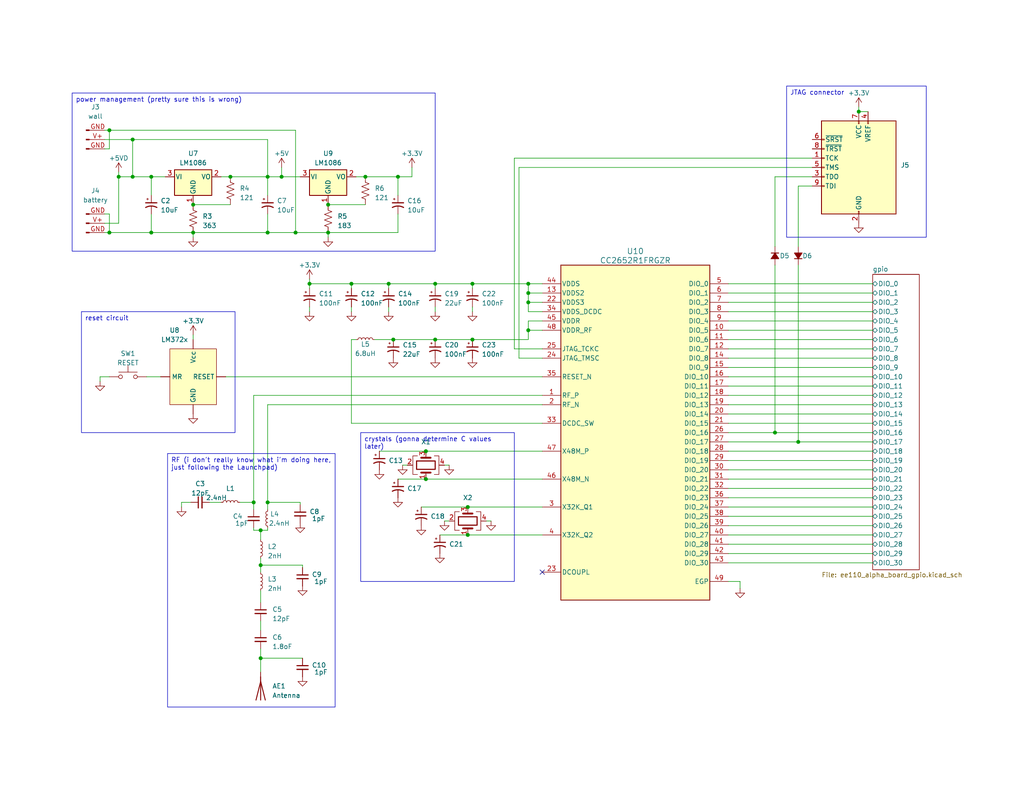
<source format=kicad_sch>
(kicad_sch (version 20230121) (generator eeschema)
  (paper "A")
  (title_block (title "EE 110 Alpha Board") (date "2024-02-05") (rev "0.1") (company "Adam Krivka"))
  (lib_symbols
    (symbol "CC26X2R:CC2652R1FRGZR" (pin_names (offset 0.254))
      (property "Reference" "U7" (at 0 49.53 0))
      (property "Value" "CC2652R1FRGZR" (at 0 46.99 0))
      (symbol "CC2652R1FRGZR_0_1"
        (rectangle (start -20.32 45.72) (end 20.32 -45.72) (stroke (width 0.254)) (fill (type background)))
        (pin bidirectional line (at -25.4 10.16 0) (length 5.08) (name "RF_P") (number "1"))
        (pin bidirectional line (at 25.4 27.94 180) (length 5.08) (name "DIO_5") (number "10"))
        (pin bidirectional line (at 25.4 25.4 180) (length 5.08) (name "DIO_6") (number "11"))
        (pin bidirectional line (at 25.4 22.86 180) (length 5.08) (name "DIO_7") (number "12"))
        (pin power_in line (at -25.4 38.1 0) (length 5.08) (name "VDDS2") (number "13"))
        (pin bidirectional line (at 25.4 20.32 180) (length 5.08) (name "DIO_8") (number "14"))
        (pin bidirectional line (at 25.4 17.78 180) (length 5.08) (name "DIO_9") (number "15"))
        (pin bidirectional line (at 25.4 15.24 180) (length 5.08) (name "DIO_10") (number "16"))
        (pin bidirectional line (at 25.4 12.7 180) (length 5.08) (name "DIO_11") (number "17"))
        (pin bidirectional line (at 25.4 10.16 180) (length 5.08) (name "DIO_12") (number "18"))
        (pin bidirectional line (at 25.4 7.62 180) (length 5.08) (name "DIO_13") (number "19"))
        (pin bidirectional line (at -25.4 7.62 0) (length 5.08) (name "RF_N") (number "2"))
        (pin bidirectional line (at 25.4 5.08 180) (length 5.08) (name "DIO_14") (number "20"))
        (pin bidirectional line (at 25.4 2.54 180) (length 5.08) (name "DIO_15") (number "21"))
        (pin power_in line (at -25.4 35.56 0) (length 5.08) (name "VDDS3") (number "22"))
        (pin unspecified line (at -25.4 -38.1 0) (length 5.08) (name "DCOUPL") (number "23"))
        (pin bidirectional line (at -25.4 20.32 0) (length 5.08) (name "JTAG_TMSC") (number "24"))
        (pin bidirectional line (at -25.4 22.86 0) (length 5.08) (name "JTAG_TCKC") (number "25"))
        (pin bidirectional line (at 25.4 0 180) (length 5.08) (name "DIO_16") (number "26"))
        (pin bidirectional line (at 25.4 -2.54 180) (length 5.08) (name "DIO_17") (number "27"))
        (pin bidirectional line (at 25.4 -5.08 180) (length 5.08) (name "DIO_18") (number "28"))
        (pin bidirectional line (at 25.4 -7.62 180) (length 5.08) (name "DIO_19") (number "29"))
        (pin bidirectional line (at -25.4 -20.32 0) (length 5.08) (name "X32K_Q1") (number "3"))
        (pin bidirectional line (at 25.4 -10.16 180) (length 5.08) (name "DIO_20") (number "30"))
        (pin bidirectional line (at 25.4 -12.7 180) (length 5.08) (name "DIO_21") (number "31"))
        (pin bidirectional line (at 25.4 -15.24 180) (length 5.08) (name "DIO_22") (number "32"))
        (pin power_in line (at -25.4 2.54 0) (length 5.08) (name "DCDC_SW") (number "33"))
        (pin power_in line (at -25.4 33.02 0) (length 5.08) (name "VDDS_DCDC") (number "34"))
        (pin input line (at -25.4 15.24 0) (length 5.08) (name "RESET_N") (number "35"))
        (pin bidirectional line (at 25.4 -17.78 180) (length 5.08) (name "DIO_23") (number "36"))
        (pin bidirectional line (at 25.4 -20.32 180) (length 5.08) (name "DIO_24") (number "37"))
        (pin bidirectional line (at 25.4 -22.86 180) (length 5.08) (name "DIO_25") (number "38"))
        (pin bidirectional line (at 25.4 -25.4 180) (length 5.08) (name "DIO_26") (number "39"))
        (pin bidirectional line (at -25.4 -27.94 0) (length 5.08) (name "X32K_Q2") (number "4"))
        (pin bidirectional line (at 25.4 -27.94 180) (length 5.08) (name "DIO_27") (number "40"))
        (pin bidirectional line (at 25.4 -30.48 180) (length 5.08) (name "DIO_28") (number "41"))
        (pin bidirectional line (at 25.4 -33.02 180) (length 5.08) (name "DIO_29") (number "42"))
        (pin bidirectional line (at 25.4 -35.56 180) (length 5.08) (name "DIO_30") (number "43"))
        (pin power_in line (at -25.4 40.64 0) (length 5.08) (name "VDDS") (number "44"))
        (pin power_in line (at -25.4 30.48 0) (length 5.08) (name "VDDR") (number "45"))
        (pin bidirectional line (at -25.4 -12.7 0) (length 5.08) (name "X48M_N") (number "46"))
        (pin bidirectional line (at -25.4 -5.08 0) (length 5.08) (name "X48M_P") (number "47"))
        (pin power_in line (at -25.4 27.94 0) (length 5.08) (name "VDDR_RF") (number "48"))
        (pin power_in line (at 25.4 -40.64 180) (length 5.08) (name "EGP") (number "49"))
        (pin bidirectional line (at 25.4 40.64 180) (length 5.08) (name "DIO_0") (number "5"))
        (pin bidirectional line (at 25.4 38.1 180) (length 5.08) (name "DIO_1") (number "6"))
        (pin bidirectional line (at 25.4 35.56 180) (length 5.08) (name "DIO_2") (number "7"))
        (pin bidirectional line (at 25.4 33.02 180) (length 5.08) (name "DIO_3") (number "8"))
        (pin bidirectional line (at 25.4 30.48 180) (length 5.08) (name "DIO_4") (number "9"))
      )
    )
    (symbol "Conn_01x03_Pin_1" (pin_names (offset 1.016) hide)
      (property "Reference" "J3" (at 2.54 8.89 0))
      (property "Value" "wall" (at 2.54 6.35 0))
      (symbol "Conn_01x03_Pin_1_1_1"
        (polyline (pts (xy 1.27 -2.54) (xy 0.8636 -2.54)) (stroke (width 0.1524)))
        (polyline (pts (xy 1.27 0) (xy 0.8636 0)) (stroke (width 0.1524)))
        (polyline (pts (xy 1.27 2.54) (xy 0.8636 2.54)) (stroke (width 0.1524)))
        (rectangle (start 0.8636 -2.413) (end 0 -2.667) (stroke (width 0.1524)) (fill (type outline)))
        (rectangle (start 0.8636 0.127) (end 0 -0.127) (stroke (width 0.1524)) (fill (type outline)))
        (rectangle (start 0.8636 2.667) (end 0 2.413) (stroke (width 0.1524)) (fill (type outline)))
        (pin passive line (at 5.08 2.54 180) (length 3.81) (name "Pin_1") (number "GND"))
        (pin passive line (at 5.08 -2.54 180) (length 3.81) (name "Pin_3") (number "GND"))
        (pin passive line (at 5.08 0 180) (length 3.81) (name "Pin_2") (number "V+"))
      )
    )
    (symbol "Connector:AVR-JTAG-10" (pin_names (offset 1.016))
      (property "Reference" "J" (at -8.89 13.97 0))
      (property "Value" "AVR-JTAG-10" (at 1.27 13.97 0))
      (symbol "AVR-JTAG-10_0_1"
        (rectangle (start -2.667 12.7) (end -2.413 11.938))
        (rectangle (start -0.127 -11.938) (end 0.127 -12.7))
        (rectangle (start -0.127 12.7) (end 0.127 11.938))
        (rectangle (start 10.16 -4.953) (end 9.398 -5.207))
        (rectangle (start 10.16 -2.413) (end 9.398 -2.667))
        (rectangle (start 10.16 0.127) (end 9.398 -0.127))
        (rectangle (start 10.16 2.667) (end 9.398 2.413))
        (rectangle (start 10.16 5.207) (end 9.398 4.953))
        (rectangle (start 10.16 7.747) (end 9.398 7.493))
        (rectangle (start 10.16 12.7) (end -10.16 -12.7) (stroke (width 0.254)) (fill (type background)))
      )
      (symbol "AVR-JTAG-10_1_1"
        (pin passive line (at 12.7 2.54 180) (length 2.54) (name "TCK") (number "1"))
        (pin passive line (at 0 -15.24 90) (length 2.54) hide (name "GND") (number "10"))
        (pin passive line (at 0 -15.24 90) (length 2.54) (name "GND") (number "2"))
        (pin passive line (at 12.7 -2.54 180) (length 2.54) (name "TDO") (number "3"))
        (pin passive line (at -2.54 15.24 270) (length 2.54) (name "VREF") (number "4"))
        (pin passive line (at 12.7 0 180) (length 2.54) (name "TMS") (number "5"))
        (pin passive line (at 12.7 7.62 180) (length 2.54) (name "~{SRST}") (number "6"))
        (pin passive line (at 0 15.24 270) (length 2.54) (name "VCC") (number "7"))
        (pin passive line (at 12.7 5.08 180) (length 2.54) (name "~{TRST}") (number "8"))
        (pin passive line (at 12.7 -5.08 180) (length 2.54) (name "TDI") (number "9"))
      )
    )
    (symbol "Connector:Conn_01x03_Pin" (pin_names (offset 1.016) hide)
      (property "Reference" "J4" (at 2.54 8.89 0))
      (property "Value" "battery" (at 2.54 6.35 0))
      (symbol "Conn_01x03_Pin_1_1"
        (polyline (pts (xy 1.27 -2.54) (xy 0.8636 -2.54)) (stroke (width 0.1524)))
        (polyline (pts (xy 1.27 0) (xy 0.8636 0)) (stroke (width 0.1524)))
        (polyline (pts (xy 1.27 2.54) (xy 0.8636 2.54)) (stroke (width 0.1524)))
        (rectangle (start 0.8636 -2.413) (end 0 -2.667) (stroke (width 0.1524)) (fill (type outline)))
        (rectangle (start 0.8636 0.127) (end 0 -0.127) (stroke (width 0.1524)) (fill (type outline)))
        (rectangle (start 0.8636 2.667) (end 0 2.413) (stroke (width 0.1524)) (fill (type outline)))
        (pin passive line (at 5.08 2.54 180) (length 3.81) (name "Pin_1") (number "GND"))
        (pin passive line (at 5.08 -2.54 180) (length 3.81) (name "Pin_3") (number "GND"))
        (pin passive line (at 5.08 0 180) (length 3.81) (name "Pin_2") (number "V+"))
      )
    )
    (symbol "Device:Antenna" (pin_numbers hide) (pin_names (offset 1.016) hide)
      (property "Reference" "AE" (at -1.905 1.905 0))
      (property "Value" "Antenna" (at -1.905 0 0))
      (symbol "Antenna_0_1"
        (polyline (pts (xy 0 2.54) (xy 0 -3.81)) (stroke (width 0.254)))
        (polyline (pts (xy 1.27 2.54) (xy 0 -2.54) (xy -1.27 2.54)) (stroke (width 0.254)))
      )
      (symbol "Antenna_1_1"
        (pin input line (at 0 -5.08 90) (length 2.54) (name "A") (number "1"))
      )
    )
    (symbol "Device:C_Polarized_Small_US" (pin_numbers hide) (pin_names (offset 0.254) hide)
      (property "Reference" "C" (at 0.254 1.778 0))
      (property "Value" "C_Polarized_Small_US" (at 0.254 -2.032 0))
      (symbol "C_Polarized_Small_US_0_1"
        (polyline (pts (xy -1.524 0.508) (xy 1.524 0.508)) (stroke (width 0.3048)))
        (polyline (pts (xy -1.27 1.524) (xy -0.762 1.524)))
        (polyline (pts (xy -1.016 1.27) (xy -1.016 1.778)))
        (arc (start 1.524 -0.762) (mid 0 -0.3734) (end -1.524 -0.762) (stroke (width 0.3048)))
      )
      (symbol "C_Polarized_Small_US_1_1"
        (pin passive line (at 0 2.54 270) (length 2.032) (name "~") (number "1"))
        (pin passive line (at 0 -2.54 90) (length 2.032) (name "~") (number "2"))
      )
    )
    (symbol "Device:C_Small" (pin_numbers hide) (pin_names (offset 0.254) hide)
      (property "Reference" "C" (at 0.254 1.778 0))
      (property "Value" "C_Small" (at 0.254 -2.032 0))
      (symbol "C_Small_0_1"
        (polyline (pts (xy -1.524 -0.508) (xy 1.524 -0.508)) (stroke (width 0.3302)))
        (polyline (pts (xy -1.524 0.508) (xy 1.524 0.508)) (stroke (width 0.3048)))
      )
      (symbol "C_Small_1_1"
        (pin passive line (at 0 2.54 270) (length 2.032) (name "~") (number "1"))
        (pin passive line (at 0 -2.54 90) (length 2.032) (name "~") (number "2"))
      )
    )
    (symbol "Device:Crystal_GND24" (pin_names (offset 1.016) hide)
      (property "Reference" "Y" (at 3.175 5.08 0))
      (property "Value" "Crystal_GND24" (at 3.175 3.175 0))
      (symbol "Crystal_GND24_0_1"
        (rectangle (start -1.143 2.54) (end 1.143 -2.54) (stroke (width 0.3048)))
        (polyline (pts (xy -2.54 0) (xy -2.032 0)))
        (polyline (pts (xy -2.032 -1.27) (xy -2.032 1.27)) (stroke (width 0.508)))
        (polyline (pts (xy 0 -3.81) (xy 0 -3.556)))
        (polyline (pts (xy 0 3.556) (xy 0 3.81)))
        (polyline (pts (xy 2.032 -1.27) (xy 2.032 1.27)) (stroke (width 0.508)))
        (polyline (pts (xy 2.032 0) (xy 2.54 0)))
        (polyline (pts (xy -2.54 -2.286) (xy -2.54 -3.556) (xy 2.54 -3.556) (xy 2.54 -2.286)))
        (polyline (pts (xy -2.54 2.286) (xy -2.54 3.556) (xy 2.54 3.556) (xy 2.54 2.286)))
      )
      (symbol "Crystal_GND24_1_1"
        (pin passive line (at -3.81 0 0) (length 1.27) (name "1") (number "1"))
        (pin passive line (at 0 5.08 270) (length 1.27) (name "2") (number "2"))
        (pin passive line (at 3.81 0 180) (length 1.27) (name "3") (number "3"))
        (pin passive line (at 0 -5.08 90) (length 1.27) (name "4") (number "4"))
      )
    )
    (symbol "Device:D_Small_Filled" (pin_numbers hide) (pin_names (offset 0.254) hide)
      (property "Reference" "D" (at -1.27 2.032 0))
      (property "Value" "D_Small_Filled" (at -3.81 -2.032 0))
      (symbol "D_Small_Filled_0_1"
        (polyline (pts (xy -0.762 -1.016) (xy -0.762 1.016)) (stroke (width 0.254)))
        (polyline (pts (xy -0.762 0) (xy 0.762 0)))
        (polyline (pts (xy 0.762 -1.016) (xy -0.762 0) (xy 0.762 1.016) (xy 0.762 -1.016)) (stroke (width 0.254)) (fill (type outline)))
      )
      (symbol "D_Small_Filled_1_1"
        (pin passive line (at -2.54 0 0) (length 1.778) (name "K") (number "1"))
        (pin passive line (at 2.54 0 180) (length 1.778) (name "A") (number "2"))
      )
    )
    (symbol "Device:L_Small" (pin_numbers hide) (pin_names (offset 0.254) hide)
      (property "Reference" "L" (at 0.762 1.016 0))
      (property "Value" "L_Small" (at 0.762 -1.016 0))
      (symbol "L_Small_0_1"
        (arc (start 0 -2.032) (mid 0.5058 -1.524) (end 0 -1.016))
        (arc (start 0 -1.016) (mid 0.5058 -0.508) (end 0 0))
        (arc (start 0 0) (mid 0.5058 0.508) (end 0 1.016))
        (arc (start 0 1.016) (mid 0.5058 1.524) (end 0 2.032))
      )
      (symbol "L_Small_1_1"
        (pin passive line (at 0 2.54 270) (length 0.508) (name "~") (number "1"))
        (pin passive line (at 0 -2.54 90) (length 0.508) (name "~") (number "2"))
      )
    )
    (symbol "Device:R_US" (pin_numbers hide) (pin_names (offset 0))
      (property "Reference" "R" (at 2.54 0 90))
      (property "Value" "R_US" (at -2.54 0 90))
      (symbol "R_US_0_1"
        (polyline (pts (xy 0 -2.286) (xy 0 -2.54)))
        (polyline (pts (xy 0 2.286) (xy 0 2.54)))
        (polyline (pts (xy 0 -0.762) (xy 1.016 -1.143) (xy 0 -1.524) (xy -1.016 -1.905) (xy 0 -2.286)))
        (polyline (pts (xy 0 0.762) (xy 1.016 0.381) (xy 0 0) (xy -1.016 -0.381) (xy 0 -0.762)))
        (polyline (pts (xy 0 2.286) (xy 1.016 1.905) (xy 0 1.524) (xy -1.016 1.143) (xy 0 0.762)))
      )
      (symbol "R_US_1_1"
        (pin passive line (at 0 3.81 270) (length 1.27) (name "~") (number "1"))
        (pin passive line (at 0 -3.81 90) (length 1.27) (name "~") (number "2"))
      )
    )
    (symbol "My_Library:LM372x"
      (property "Reference" "U" (at 0 15.24 0))
      (property "Value" "LM372x" (at 0 12.7 0))
      (symbol "LM372x_0_1"
        (rectangle (start -6.35 7.62) (end 6.35 -7.62) (fill (type background)))
      )
      (symbol "LM372x_1_1"
        (pin input line (at 0 -10.16 90) (length 2.54) (name "GND") (number ""))
        (pin input line (at -8.89 0 0) (length 2.54) (name "MR") (number ""))
        (pin input line (at 8.89 0 180) (length 2.54) (name "RESET") (number ""))
        (pin input line (at 0 10.16 270) (length 2.54) (name "Vcc") (number ""))
      )
    )
    (symbol "Regulator_Linear:LM1085-5.0" (pin_names (offset 0.254))
      (property "Reference" "U" (at -3.81 3.175 0))
      (property "Value" "LM1085-5.0" (at 0 3.175 0))
      (symbol "LM1085-5.0_0_1"
        (rectangle (start -5.08 1.905) (end 5.08 -5.08) (stroke (width 0.254)) (fill (type background)))
      )
      (symbol "LM1085-5.0_1_1"
        (pin power_in line (at 0 -7.62 90) (length 2.54) (name "GND") (number "1"))
        (pin power_out line (at 7.62 0 180) (length 2.54) (name "VO") (number "2"))
        (pin power_in line (at -7.62 0 0) (length 2.54) (name "VI") (number "3"))
      )
    )
    (symbol "Switch:SW_Push" (pin_numbers hide) (pin_names (offset 1.016) hide)
      (property "Reference" "SW" (at 1.27 2.54 0))
      (property "Value" "SW_Push" (at 0 -1.524 0))
      (symbol "SW_Push_0_1"
        (circle (center -2.032 0) (radius 0.508))
        (polyline (pts (xy 0 1.27) (xy 0 3.048)))
        (polyline (pts (xy 2.54 1.27) (xy -2.54 1.27)))
        (circle (center 2.032 0) (radius 0.508))
        (pin passive line (at -5.08 0 0) (length 2.54) (name "1") (number "1"))
        (pin passive line (at 5.08 0 180) (length 2.54) (name "2") (number "2"))
      )
    )
    (symbol "power:+3.3V" (power) (pin_names (offset 0))
      (property "Value" "+3.3V" (at 0 3.556 0))
      (symbol "+3.3V_0_1"
        (polyline (pts (xy -0.762 1.27) (xy 0 2.54)))
        (polyline (pts (xy 0 0) (xy 0 2.54)))
        (polyline (pts (xy 0 2.54) (xy 0.762 1.27)))
      )
      (symbol "+3.3V_1_1"
        (pin power_in line (at 0 0 90) (length 0) hide (name "+3.3V") (number "1"))
      )
    )
    (symbol "power:+5V" (power) (pin_names (offset 0))
      (property "Value" "+5V" (at 0 3.556 0))
      (symbol "+5V_0_1"
        (polyline (pts (xy -0.762 1.27) (xy 0 2.54)))
        (polyline (pts (xy 0 0) (xy 0 2.54)))
        (polyline (pts (xy 0 2.54) (xy 0.762 1.27)))
      )
      (symbol "+5V_1_1"
        (pin power_in line (at 0 0 90) (length 0) hide (name "+5V") (number "1"))
      )
    )
    (symbol "power:+5VD" (power) (pin_names (offset 0))
      (property "Value" "+5VD" (at 0 3.556 0))
      (symbol "+5VD_0_1"
        (polyline (pts (xy -0.762 1.27) (xy 0 2.54)))
        (polyline (pts (xy 0 0) (xy 0 2.54)))
        (polyline (pts (xy 0 2.54) (xy 0.762 1.27)))
      )
      (symbol "+5VD_1_1"
        (pin power_in line (at 0 0 90) (length 0) hide (name "+5VD") (number "1"))
      )
    )
    (symbol "power:GND" (power) (pin_names (offset 0))
      (property "Value" "GND" (at 0 -3.81 0))
      (symbol "GND_0_1"
        (polyline (pts (xy 0 0) (xy 0 -1.27) (xy 1.27 -1.27) (xy 0 -2.54) (xy -1.27 -1.27) (xy 0 -1.27)))
      )
      (symbol "GND_1_1"
        (pin power_in line (at 0 0 270) (length 0) hide (name "GND") (number "1"))
      )
    )
  )
  (junction (at 116.205 123.19))
  (junction (at 41.275 63.5))
  (junction (at 52.705 63.5))
  (junction (at 144.145 90.17))
  (junction (at 71.12 179.705))
  (junction (at 127.635 138.43))
  (junction (at 69.215 137.16))
  (junction (at 71.12 144.78))
  (junction (at 128.905 77.47))
  (junction (at 84.455 77.47))
  (junction (at 36.195 38.1))
  (junction (at 217.805 120.65))
  (junction (at 99.695 48.26))
  (junction (at 118.745 77.47))
  (junction (at 234.315 30.48))
  (junction (at 108.585 48.26))
  (junction (at 106.045 77.47))
  (junction (at 52.705 55.88))
  (junction (at 36.195 48.26))
  (junction (at 71.12 154.305))
  (junction (at 95.885 77.47))
  (junction (at 128.905 92.71))
  (junction (at 144.145 77.47))
  (junction (at 211.455 118.11))
  (junction (at 62.865 48.26))
  (junction (at 107.315 92.71))
  (junction (at 144.145 82.55))
  (junction (at 29.845 35.56))
  (junction (at 144.145 80.01))
  (junction (at 41.275 48.26))
  (junction (at 80.645 63.5))
  (junction (at 89.535 55.88))
  (junction (at 89.535 63.5))
  (junction (at 73.025 63.5))
  (junction (at 73.025 137.16))
  (junction (at 127.635 146.05))
  (junction (at 29.845 63.5))
  (junction (at 73.025 48.26))
  (junction (at 76.835 48.26))
  (junction (at 32.385 48.26))
  (junction (at 116.205 130.81))
  (junction (at 118.745 92.71))
  (no_connect (at 147.955 156.21))
  (wire (pts (xy 76.835 45.72) (xy 76.835 48.26)))
  (wire (pts (xy 65.405 137.16) (xy 69.215 137.16)))
  (wire (pts (xy 73.025 137.16) (xy 73.025 139.065)))
  (wire (pts (xy 60.325 48.26) (xy 62.865 48.26)))
  (wire (pts (xy 97.155 48.26) (xy 99.695 48.26)))
  (wire (pts (xy 106.045 77.47) (xy 106.045 78.74)))
  (wire (pts (xy 198.755 153.67) (xy 238.125 153.67)))
  (wire (pts (xy 144.145 85.09) (xy 147.955 85.09)))
  (wire (pts (xy 198.755 115.57) (xy 238.125 115.57)))
  (wire (pts (xy 71.12 169.545) (xy 71.12 172.085)))
  (wire (pts (xy 144.145 77.47) (xy 128.905 77.47)))
  (wire (pts (xy 147.955 110.49) (xy 73.025 110.49)))
  (wire (pts (xy 144.145 82.55) (xy 147.955 82.55)))
  (wire (pts (xy 120.015 146.05) (xy 127.635 146.05)))
  (wire (pts (xy 127.635 146.05) (xy 147.955 146.05)))
  (wire (pts (xy 102.235 92.71) (xy 107.315 92.71)))
  (wire (pts (xy 198.755 102.87) (xy 238.125 102.87)))
  (wire (pts (xy 198.755 95.25) (xy 238.125 95.25)))
  (wire (pts (xy 41.275 48.26) (xy 45.085 48.26)))
  (wire (pts (xy 84.455 83.82) (xy 84.455 85.09)))
  (wire (pts (xy 198.755 148.59) (xy 238.125 148.59)))
  (wire (pts (xy 144.145 77.47) (xy 147.955 77.47)))
  (wire (pts (xy 141.605 45.72) (xy 141.605 97.79)))
  (wire (pts (xy 95.885 77.47) (xy 95.885 78.74)))
  (wire (pts (xy 95.885 115.57) (xy 147.955 115.57)))
  (wire (pts (xy 52.07 137.16) (xy 49.53 137.16)))
  (wire (pts (xy 198.755 113.03) (xy 238.125 113.03)))
  (wire (pts (xy 118.745 77.47) (xy 118.745 78.74)))
  (wire (pts (xy 103.505 123.19) (xy 116.205 123.19)))
  (wire (pts (xy 73.025 63.5) (xy 73.025 58.42)))
  (wire (pts (xy 118.745 92.71) (xy 128.905 92.71)))
  (wire (pts (xy 71.12 144.78) (xy 73.025 144.78)))
  (wire (pts (xy 71.12 179.705) (xy 71.12 183.515)))
  (wire (pts (xy 84.455 77.47) (xy 84.455 78.74)))
  (wire (pts (xy 140.335 95.25) (xy 140.335 43.18)))
  (wire (pts (xy 69.215 144.78) (xy 69.215 144.145)))
  (wire (pts (xy 71.12 161.29) (xy 71.12 164.465)))
  (wire (pts (xy 61.595 102.87) (xy 147.955 102.87)))
  (wire (pts (xy 95.885 83.82) (xy 95.885 85.09)))
  (wire (pts (xy 234.315 30.48) (xy 236.855 30.48)))
  (wire (pts (xy 221.615 50.8) (xy 217.805 50.8)))
  (wire (pts (xy 52.705 55.88) (xy 62.865 55.88)))
  (wire (pts (xy 121.285 127) (xy 122.555 127)))
  (wire (pts (xy 69.215 107.95) (xy 69.215 137.16)))
  (wire (pts (xy 73.025 137.16) (xy 81.915 137.16)))
  (wire (pts (xy 29.845 102.87) (xy 27.305 102.87)))
  (wire (pts (xy 71.12 144.78) (xy 71.12 147.32)))
  (wire (pts (xy 73.025 110.49) (xy 73.025 137.16)))
  (wire (pts (xy 80.645 63.5) (xy 73.025 63.5)))
  (wire (pts (xy 198.755 92.71) (xy 238.125 92.71)))
  (wire (pts (xy 69.215 107.95) (xy 147.955 107.95)))
  (wire (pts (xy 36.195 48.26) (xy 41.275 48.26)))
  (wire (pts (xy 27.305 102.87) (xy 27.305 104.14)))
  (wire (pts (xy 198.755 82.55) (xy 238.125 82.55)))
  (wire (pts (xy 198.755 143.51) (xy 238.125 143.51)))
  (wire (pts (xy 198.755 151.13) (xy 238.125 151.13)))
  (wire (pts (xy 217.805 120.65) (xy 217.805 72.39)))
  (wire (pts (xy 198.755 140.97) (xy 238.125 140.97)))
  (wire (pts (xy 28.575 38.1) (xy 36.195 38.1)))
  (wire (pts (xy 128.905 83.82) (xy 128.905 85.09)))
  (wire (pts (xy 82.55 154.305) (xy 82.55 154.94)))
  (wire (pts (xy 198.755 105.41) (xy 238.125 105.41)))
  (wire (pts (xy 198.755 128.27) (xy 238.125 128.27)))
  (wire (pts (xy 198.755 77.47) (xy 238.125 77.47)))
  (wire (pts (xy 217.805 120.65) (xy 238.125 120.65)))
  (wire (pts (xy 57.15 137.16) (xy 60.325 137.16)))
  (wire (pts (xy 201.93 158.75) (xy 201.93 160.655)))
  (wire (pts (xy 144.145 90.17) (xy 144.145 92.71)))
  (wire (pts (xy 144.145 80.01) (xy 144.145 77.47)))
  (wire (pts (xy 144.145 87.63) (xy 144.145 90.17)))
  (wire (pts (xy 71.12 152.4) (xy 71.12 154.305)))
  (wire (pts (xy 28.575 35.56) (xy 29.845 35.56)))
  (wire (pts (xy 128.905 92.71) (xy 144.145 92.71)))
  (wire (pts (xy 29.845 58.42) (xy 29.845 63.5)))
  (wire (pts (xy 118.745 83.82) (xy 118.745 85.09)))
  (wire (pts (xy 198.755 123.19) (xy 238.125 123.19)))
  (wire (pts (xy 52.705 64.77) (xy 52.705 63.5)))
  (wire (pts (xy 73.025 38.1) (xy 73.025 48.26)))
  (wire (pts (xy 81.915 137.16) (xy 81.915 137.795)))
  (wire (pts (xy 118.745 77.47) (xy 128.905 77.47)))
  (wire (pts (xy 89.535 63.5) (xy 89.535 64.77)))
  (wire (pts (xy 29.845 35.56) (xy 80.645 35.56)))
  (wire (pts (xy 71.12 154.305) (xy 82.55 154.305)))
  (wire (pts (xy 147.955 90.17) (xy 144.145 90.17)))
  (wire (pts (xy 108.585 48.26) (xy 112.395 48.26)))
  (wire (pts (xy 107.315 92.71) (xy 118.745 92.71)))
  (wire (pts (xy 95.885 92.71) (xy 95.885 115.57)))
  (wire (pts (xy 41.275 58.42) (xy 41.275 63.5)))
  (wire (pts (xy 36.195 38.1) (xy 73.025 38.1)))
  (wire (pts (xy 211.455 118.11) (xy 238.125 118.11)))
  (wire (pts (xy 198.755 90.17) (xy 238.125 90.17)))
  (wire (pts (xy 108.585 53.34) (xy 108.585 48.26)))
  (wire (pts (xy 144.145 80.01) (xy 147.955 80.01)))
  (wire (pts (xy 116.205 123.19) (xy 147.955 123.19)))
  (wire (pts (xy 28.575 60.96) (xy 32.385 60.96)))
  (wire (pts (xy 198.755 80.01) (xy 238.125 80.01)))
  (wire (pts (xy 71.12 154.305) (xy 71.12 156.21)))
  (wire (pts (xy 198.755 85.09) (xy 238.125 85.09)))
  (wire (pts (xy 29.845 63.5) (xy 41.275 63.5)))
  (wire (pts (xy 112.395 45.72) (xy 112.395 48.26)))
  (wire (pts (xy 211.455 118.11) (xy 211.455 72.39)))
  (wire (pts (xy 52.705 91.44) (xy 52.705 92.71)))
  (wire (pts (xy 89.535 63.5) (xy 108.585 63.5)))
  (wire (pts (xy 198.755 110.49) (xy 238.125 110.49)))
  (wire (pts (xy 198.755 118.11) (xy 211.455 118.11)))
  (wire (pts (xy 41.275 48.26) (xy 41.275 53.34)))
  (wire (pts (xy 108.585 63.5) (xy 108.585 58.42)))
  (wire (pts (xy 128.905 77.47) (xy 128.905 78.74)))
  (wire (pts (xy 73.025 53.34) (xy 73.025 48.26)))
  (wire (pts (xy 76.835 48.26) (xy 81.915 48.26)))
  (wire (pts (xy 49.53 137.16) (xy 49.53 138.43)))
  (wire (pts (xy 71.12 179.705) (xy 82.55 179.705)))
  (wire (pts (xy 198.755 133.35) (xy 238.125 133.35)))
  (wire (pts (xy 211.455 48.26) (xy 211.455 67.31)))
  (wire (pts (xy 198.755 87.63) (xy 238.125 87.63)))
  (wire (pts (xy 95.885 77.47) (xy 84.455 77.47)))
  (wire (pts (xy 132.715 142.24) (xy 133.985 142.24)))
  (wire (pts (xy 28.575 58.42) (xy 29.845 58.42)))
  (wire (pts (xy 114.935 138.43) (xy 127.635 138.43)))
  (wire (pts (xy 198.755 125.73) (xy 238.125 125.73)))
  (wire (pts (xy 217.805 50.8) (xy 217.805 67.31)))
  (wire (pts (xy 221.615 45.72) (xy 141.605 45.72)))
  (wire (pts (xy 121.285 142.24) (xy 122.555 142.24)))
  (wire (pts (xy 69.215 144.78) (xy 71.12 144.78)))
  (wire (pts (xy 28.575 40.64) (xy 29.845 40.64)))
  (wire (pts (xy 40.005 102.87) (xy 43.815 102.87)))
  (wire (pts (xy 198.755 138.43) (xy 238.125 138.43)))
  (wire (pts (xy 108.585 48.26) (xy 99.695 48.26)))
  (wire (pts (xy 80.645 63.5) (xy 89.535 63.5)))
  (wire (pts (xy 198.755 135.89) (xy 238.125 135.89)))
  (wire (pts (xy 221.615 48.26) (xy 211.455 48.26)))
  (wire (pts (xy 140.335 43.18) (xy 221.615 43.18)))
  (wire (pts (xy 89.535 55.88) (xy 99.695 55.88)))
  (wire (pts (xy 109.855 127) (xy 111.125 127)))
  (wire (pts (xy 141.605 97.79) (xy 147.955 97.79)))
  (wire (pts (xy 29.845 40.64) (xy 29.845 35.56)))
  (wire (pts (xy 106.045 77.47) (xy 95.885 77.47)))
  (wire (pts (xy 144.145 82.55) (xy 144.145 80.01)))
  (wire (pts (xy 106.045 77.47) (xy 118.745 77.47)))
  (wire (pts (xy 144.145 85.09) (xy 144.145 82.55)))
  (wire (pts (xy 234.315 29.21) (xy 234.315 30.48)))
  (wire (pts (xy 198.755 97.79) (xy 238.125 97.79)))
  (wire (pts (xy 84.455 76.2) (xy 84.455 77.47)))
  (wire (pts (xy 198.755 130.81) (xy 238.125 130.81)))
  (wire (pts (xy 32.385 46.99) (xy 32.385 48.26)))
  (wire (pts (xy 116.205 130.81) (xy 147.955 130.81)))
  (wire (pts (xy 198.755 146.05) (xy 238.125 146.05)))
  (wire (pts (xy 52.705 63.5) (xy 73.025 63.5)))
  (wire (pts (xy 106.045 83.82) (xy 106.045 85.09)))
  (wire (pts (xy 41.275 63.5) (xy 52.705 63.5)))
  (wire (pts (xy 71.12 177.165) (xy 71.12 179.705)))
  (wire (pts (xy 198.755 100.33) (xy 238.125 100.33)))
  (wire (pts (xy 147.955 95.25) (xy 140.335 95.25)))
  (wire (pts (xy 201.93 158.75) (xy 198.755 158.75)))
  (wire (pts (xy 73.025 144.78) (xy 73.025 144.145)))
  (wire (pts (xy 127.635 138.43) (xy 147.955 138.43)))
  (wire (pts (xy 95.885 92.71) (xy 97.155 92.71)))
  (wire (pts (xy 73.025 48.26) (xy 62.865 48.26)))
  (wire (pts (xy 28.575 63.5) (xy 29.845 63.5)))
  (wire (pts (xy 80.645 35.56) (xy 80.645 63.5)))
  (wire (pts (xy 69.215 137.16) (xy 69.215 139.065)))
  (wire (pts (xy 144.145 87.63) (xy 147.955 87.63)))
  (wire (pts (xy 32.385 48.26) (xy 36.195 48.26)))
  (wire (pts (xy 32.385 60.96) (xy 32.385 48.26)))
  (wire (pts (xy 198.755 120.65) (xy 217.805 120.65)))
  (wire (pts (xy 108.585 130.81) (xy 116.205 130.81)))
  (wire (pts (xy 198.755 107.95) (xy 238.125 107.95)))
  (wire (pts (xy 36.195 38.1) (xy 36.195 48.26)))
  (wire (pts (xy 73.025 48.26) (xy 76.835 48.26)))
  (text_box "reset circuit\n" (at 22.225 85.09 0) (size 41.91 33.02) (effects (font (size 1.27 1.27)) (justify left top)))
  (text_box "power management (pretty sure this is wrong)" (at 19.685 25.4 0) (size 99.06 43.18) (effects (font (size 1.27 1.27)) (justify left top)))
  (text_box "JTAG connector\n" (at 214.63 23.495 0) (size 38.1 41.275) (effects (font (size 1.27 1.27)) (justify left top)))
  (text_box "RF (i don't really know what i'm doing here, just following the Launchpad)" (at 45.72 123.825 0) (size 45.72 69.215) (effects (font (size 1.27 1.27)) (justify left top)))
  (text_box "crystals (gonna determine C values later)\n" (at 98.425 118.11 0) (size 41.91 40.64) (effects (font (size 1.27 1.27)) (justify left top)))
  (symbol (lib_id "power:GND") (at 103.505 128.27 0) (unit 1)
    (property "Reference" "#PWR038" (effects hide))
    (property "Value" "GND" (effects hide))
  )
  (symbol (lib_id "Device:C_Polarized_Small_US") (at 128.905 81.28 0) (unit 1)
    (property "Reference" "C22" (at 131.445 80.2132 0) (effects (justify left)))
    (property "Value" "100nF" (at 131.445 82.7532 0) (effects (justify left)))
  )
  (symbol (lib_id "Device:C_Small") (at 54.61 137.16 90) (unit 1)
    (property "Reference" "C3" (at 54.6163 132.08 90))
    (property "Value" "12pF" (at 54.6163 134.62 90))
  )
  (symbol (lib_id "power:+5VD") (at 32.385 46.99 0) (unit 1)
    (property "Reference" "#PWR025" (effects hide))
    (property "Value" "VBAT" (at 32.385 43.18 0))
  )
  (symbol (lib_id "Device:R_US") (at 99.695 52.07 0) (unit 1)
    (property "Reference" "R6" (at 102.235 51.435 0) (effects (justify left)))
    (property "Value" "121" (at 102.235 53.975 0) (effects (justify left)))
  )
  (symbol (lib_id "power:+5V") (at 76.835 45.72 0) (unit 1)
    (property "Reference" "#PWR030" (effects hide))
    (property "Value" "+5V" (at 76.835 41.91 0))
  )
  (symbol (lib_id "power:GND") (at 234.315 60.96 0) (unit 1)
    (property "Reference" "#PWR055" (effects hide))
    (property "Value" "GND" (effects hide))
  )
  (symbol (lib_id "power:GND") (at 82.55 184.785 0) (unit 1)
    (property "Reference" "#PWR033" (effects hide))
    (property "Value" "GND" (effects hide))
  )
  (symbol (lib_id "Device:C_Small") (at 82.55 157.48 0) (unit 1)
    (property "Reference" "C9" (at 85.09 156.845 0) (effects (justify left)))
    (property "Value" "1pF" (at 85.725 158.75 0) (effects (justify left)))
  )
  (symbol (lib_id "Device:C_Small") (at 71.12 174.625 0) (unit 1)
    (property "Reference" "C6" (at 74.295 173.9963 0) (effects (justify left)))
    (property "Value" "1.8oF" (at 74.295 176.5363 0) (effects (justify left)))
  )
  (symbol (lib_id "power:GND") (at 118.745 97.79 0) (unit 1)
    (property "Reference" "#PWR046" (effects hide))
    (property "Value" "GND" (effects hide))
  )
  (symbol (lib_id "Device:C_Polarized_Small_US") (at 128.905 95.25 0) (unit 1)
    (property "Reference" "C23" (at 131.445 94.1832 0) (effects (justify left)))
    (property "Value" "100nF" (at 131.445 96.7232 0) (effects (justify left)))
  )
  (symbol (lib_id "Switch:SW_Push") (at 34.925 102.87 0) (unit 1)
    (property "Reference" "SW1" (at 34.925 96.52 0))
    (property "Value" "RESET" (at 34.925 99.06 0))
  )
  (symbol (lib_id "power:GND") (at 120.015 151.13 0) (unit 1)
    (property "Reference" "#PWR047" (effects hide))
    (property "Value" "GND" (effects hide))
  )
  (symbol (lib_id "Regulator_Linear:LM1085-5.0") (at 89.535 48.26 0) (unit 1)
    (property "Reference" "U9" (at 89.535 41.91 0))
    (property "Value" "LM1086" (at 89.535 44.45 0))
  )
  (symbol (lib_id "Device:C_Polarized_Small_US") (at 108.585 133.35 0) (unit 1)
    (property "Reference" "C17" (at 111.125 133.35 0) (effects (justify left)))
    (property "Value" "C_Polarized_Small_US" (effects hide))
  )
  (symbol (lib_id "power:GND") (at 118.745 85.09 0) (unit 1)
    (property "Reference" "#PWR045" (effects hide))
    (property "Value" "GND" (effects hide))
  )
  (symbol (lib_id "power:+3.3V") (at 112.395 45.72 0) (unit 1)
    (property "Reference" "#PWR043" (effects hide))
    (property "Value" "+3.3V" (at 112.395 41.91 0))
  )
  (symbol (lib_id "power:GND") (at 95.885 85.09 0) (unit 1)
    (property "Reference" "#PWR037" (effects hide))
    (property "Value" "GND" (effects hide))
  )
  (symbol (lib_id "Device:R_US") (at 89.535 59.69 0) (unit 1)
    (property "Reference" "R5" (at 92.075 59.055 0) (effects (justify left)))
    (property "Value" "183" (at 92.075 61.595 0) (effects (justify left)))
  )
  (symbol (lib_id "Device:C_Small") (at 69.215 141.605 0) (unit 1)
    (property "Reference" "C4" (at 63.5 140.97 0) (effects (justify left)))
    (property "Value" "1pF" (at 64.135 142.875 0) (effects (justify left)))
  )
  (symbol (lib_id "CC26X2R:CC2652R1FRGZR") (at 173.355 118.11 0) (unit 1)
    (property "Reference" "U10" (at 173.355 68.58 0) (effects (font (size 1.524 1.524))))
    (property "Value" "CC2652R1FRGZR" (at 173.355 71.12 0) (effects (font (size 1.524 1.524))))
    (property "Footprint" "RGZ0048A" (effects hide))
    (property "Datasheet" "CC2652R1FRGZR" (effects hide))
  )
  (symbol (lib_id "power:GND") (at 106.045 85.09 0) (unit 1)
    (property "Reference" "#PWR039" (effects hide))
    (property "Value" "GND" (effects hide))
  )
  (symbol (lib_id "Device:C_Polarized_Small_US") (at 95.885 81.28 0) (unit 1)
    (property "Reference" "C12" (at 98.425 80.2132 0) (effects (justify left)))
    (property "Value" "100nF" (at 98.425 82.7532 0) (effects (justify left)))
  )
  (symbol (lib_id "power:GND") (at 27.305 104.14 0) (unit 1)
    (property "Reference" "#PWR024" (effects hide))
    (property "Value" "GND" (effects hide))
  )
  (symbol (lib_id "Device:D_Small_Filled") (at 217.805 69.85 90) (unit 1)
    (property "Reference" "D6" (at 221.615 69.85 90) (effects (justify left)))
    (property "Value" "D_Small_Filled" (effects hide))
    (property "Sim.Device" "D" (effects hide))
    (property "Sim.Pins" "1=K 2=A" (effects hide))
  )
  (symbol (lib_id "Device:R_US") (at 52.705 59.69 0) (unit 1)
    (property "Reference" "R3" (at 55.245 59.055 0) (effects (justify left)))
    (property "Value" "363" (at 55.245 61.595 0) (effects (justify left)))
  )
  (symbol (lib_id "Device:C_Polarized_Small_US") (at 103.505 125.73 0) (unit 1)
    (property "Reference" "C13" (at 106.045 125.73 0) (effects (justify left)))
    (property "Value" "C_Polarized_Small_US" (effects hide))
  )
  (symbol (lib_id "My_Library:LM372x") (at 52.705 102.87 0) (unit 1)
    (property "Reference" "U8" (at 47.625 90.17 0))
    (property "Value" "LM372x" (at 47.625 92.71 0))
  )
  (symbol (lib_id "Device:C_Polarized_Small_US") (at 108.585 55.88 0) (unit 1)
    (property "Reference" "C16" (at 111.125 54.8132 0) (effects (justify left)))
    (property "Value" "10uF" (at 111.125 57.3532 0) (effects (justify left)))
  )
  (symbol (lib_id "Device:L_Small") (at 99.695 92.71 90) (unit 1)
    (property "Reference" "L5" (at 99.695 93.98 90))
    (property "Value" "6.8uH" (at 99.695 96.52 90))
  )
  (symbol (lib_id "power:GND") (at 52.705 64.77 0) (unit 1)
    (property "Reference" "#PWR027" (effects hide))
    (property "Value" "GND" (effects hide))
  )
  (symbol (lib_id "Device:C_Polarized_Small_US") (at 114.935 140.97 0) (unit 1)
    (property "Reference" "C18" (at 117.475 140.97 0) (effects (justify left)))
    (property "Value" "C_Polarized_Small_US" (effects hide))
  )
  (symbol (lib_id "Device:L_Small") (at 62.865 137.16 90) (unit 1)
    (property "Reference" "L1" (at 62.865 133.35 90))
    (property "Value" "2.4nH" (at 59.055 135.89 90))
  )
  (symbol (lib_id "power:GND") (at 201.93 160.655 0) (unit 1)
    (property "Reference" "#PWR053" (effects hide))
    (property "Value" "GND" (effects hide))
  )
  (symbol (lib_id "power:GND") (at 84.455 85.09 0) (unit 1)
    (property "Reference" "#PWR035" (effects hide))
    (property "Value" "GND" (effects hide))
  )
  (symbol (lib_id "Device:Antenna") (at 71.12 188.595 180) (unit 1)
    (property "Reference" "AE1" (at 74.295 187.325 0) (effects (justify right)))
    (property "Value" "Antenna" (at 74.295 189.865 0) (effects (justify right)))
  )
  (symbol (lib_id "power:GND") (at 52.705 113.03 0) (unit 1)
    (property "Reference" "#PWR029" (effects hide))
    (property "Value" "GND" (effects hide))
  )
  (symbol (lib_id "power:+3.3V") (at 84.455 76.2 0) (unit 1)
    (property "Reference" "#PWR034" (effects hide))
    (property "Value" "+3.3V" (at 84.455 72.39 0))
  )
  (symbol (lib_id "Device:C_Polarized_Small_US") (at 106.045 81.28 0) (unit 1)
    (property "Reference" "C14" (at 108.585 80.2132 0) (effects (justify left)))
    (property "Value" "100nF" (at 108.585 82.7532 0) (effects (justify left)))
  )
  (symbol (lib_id "power:GND") (at 121.285 142.24 0) (unit 1)
    (property "Reference" "#PWR048" (effects hide))
    (property "Value" "GND" (effects hide))
  )
  (symbol (lib_id "Device:C_Polarized_Small_US") (at 73.025 55.88 0) (unit 1)
    (property "Reference" "C7" (at 75.565 54.8132 0) (effects (justify left)))
    (property "Value" "10uF" (at 75.565 57.3532 0) (effects (justify left)))
  )
  (symbol (lib_id "power:GND") (at 89.535 64.77 0) (unit 1)
    (property "Reference" "#PWR036" (effects hide))
    (property "Value" "GND" (effects hide))
  )
  (symbol (lib_id "power:GND") (at 49.53 138.43 0) (unit 1)
    (property "Reference" "#PWR026" (effects hide))
    (property "Value" "GND" (effects hide))
  )
  (symbol (lib_id "power:+3.3V") (at 234.315 29.21 0) (unit 1)
    (property "Reference" "#PWR054" (effects hide))
    (property "Value" "+3.3V" (at 234.315 25.4 0))
  )
  (symbol (lib_id "power:GND") (at 81.915 142.875 0) (unit 1)
    (property "Reference" "#PWR031" (effects hide))
    (property "Value" "GND" (effects hide))
  )
  (symbol (lib_id "Device:C_Polarized_Small_US") (at 84.455 81.28 0) (unit 1)
    (property "Reference" "C11" (at 86.995 80.2132 0) (effects (justify left)))
    (property "Value" "100nF" (at 86.995 82.7532 0) (effects (justify left)))
  )
  (symbol (lib_id "Device:L_Small") (at 73.025 141.605 180) (unit 1)
    (property "Reference" "L4" (at 74.93 140.335 0))
    (property "Value" "2.4nH" (at 76.2 142.875 0))
  )
  (symbol (lib_id "power:GND") (at 133.985 142.24 0) (unit 1)
    (property "Reference" "#PWR052" (effects hide))
    (property "Value" "GND" (effects hide))
  )
  (symbol (lib_id "Connector:Conn_01x03_Pin") (at 23.495 60.96 0) (unit 1)
    (property "Reference" "J4" (at 26.035 52.07 0))
    (property "Value" "battery" (at 26.035 54.61 0))
  )
  (symbol (lib_id "Device:C_Polarized_Small_US") (at 41.275 55.88 0) (unit 1)
    (property "Reference" "C2" (at 43.815 54.8132 0) (effects (justify left)))
    (property "Value" "10uF" (at 43.815 57.3532 0) (effects (justify left)))
  )
  (symbol (lib_id "Device:C_Small") (at 82.55 182.245 0) (unit 1)
    (property "Reference" "C10" (at 85.09 181.61 0) (effects (justify left)))
    (property "Value" "1pF" (at 85.725 183.515 0) (effects (justify left)))
  )
  (symbol (lib_id "Device:C_Polarized_Small_US") (at 107.315 95.25 0) (unit 1)
    (property "Reference" "C15" (at 109.855 94.1832 0) (effects (justify left)))
    (property "Value" "22uF" (at 109.855 96.7232 0) (effects (justify left)))
  )
  (symbol (lib_id "Device:C_Small") (at 81.915 140.335 0) (unit 1)
    (property "Reference" "C8" (at 84.455 139.7 0) (effects (justify left)))
    (property "Value" "1pF" (at 85.09 141.605 0) (effects (justify left)))
  )
  (symbol (lib_id "Device:C_Polarized_Small_US") (at 118.745 81.28 0) (unit 1)
    (property "Reference" "C19" (at 121.285 80.2132 0) (effects (justify left)))
    (property "Value" "22uF" (at 121.285 82.7532 0) (effects (justify left)))
  )
  (symbol (lib_id "power:GND") (at 108.585 135.89 0) (unit 1)
    (property "Reference" "#PWR041" (effects hide))
    (property "Value" "GND" (effects hide))
  )
  (symbol (lib_id "power:GND") (at 122.555 127 0) (unit 1)
    (property "Reference" "#PWR049" (effects hide))
    (property "Value" "GND" (effects hide))
  )
  (symbol (lib_id "Device:D_Small_Filled") (at 211.455 69.85 270) (unit 1)
    (property "Reference" "D5" (at 212.725 69.85 90) (effects (justify left)))
    (property "Value" "D_Small_Filled" (effects hide))
    (property "Sim.Device" "D" (effects hide))
    (property "Sim.Pins" "1=K 2=A" (effects hide))
  )
  (symbol (lib_id "Device:Crystal_GND24") (at 116.205 127 90) (unit 1)
    (property "Reference" "X1" (at 116.205 120.65 90))
    (property "Value" "Crystal_GND24" (effects hide))
  )
  (symbol (lib_id "Device:C_Polarized_Small_US") (at 118.745 95.25 0) (unit 1)
    (property "Reference" "C20" (at 121.285 94.1832 0) (effects (justify left)))
    (property "Value" "100nF" (at 121.285 96.7232 0) (effects (justify left)))
  )
  (symbol (lib_id "Device:C_Small") (at 71.12 167.005 0) (unit 1)
    (property "Reference" "C5" (at 74.295 166.3763 0) (effects (justify left)))
    (property "Value" "12pF" (at 74.295 168.9163 0) (effects (justify left)))
  )
  (symbol (lib_id "power:GND") (at 114.935 143.51 0) (unit 1)
    (property "Reference" "#PWR044" (effects hide))
    (property "Value" "GND" (effects hide))
  )
  (symbol (lib_id "power:+3.3V") (at 52.705 91.44 0) (unit 1)
    (property "Reference" "#PWR028" (effects hide))
    (property "Value" "+3.3V" (at 52.705 87.63 0))
  )
  (symbol (lib_id "power:GND") (at 128.905 85.09 0) (unit 1)
    (property "Reference" "#PWR050" (effects hide))
    (property "Value" "GND" (effects hide))
  )
  (symbol (lib_id "power:GND") (at 107.315 97.79 0) (unit 1)
    (property "Reference" "#PWR040" (effects hide))
    (property "Value" "GND" (effects hide))
  )
  (symbol (lib_name "Conn_01x03_Pin_1") (lib_id "Connector:Conn_01x03_Pin") (at 23.495 38.1 0) (unit 1)
    (property "Reference" "J3" (at 26.035 29.21 0))
    (property "Value" "wall" (at 26.035 31.75 0))
  )
  (symbol (lib_id "Device:L_Small") (at 71.12 158.75 0) (unit 1)
    (property "Reference" "L3" (at 73.025 158.115 0) (effects (justify left)))
    (property "Value" "2nH" (at 73.025 160.655 0) (effects (justify left)))
  )
  (symbol (lib_id "power:GND") (at 82.55 160.02 0) (unit 1)
    (property "Reference" "#PWR032" (effects hide))
    (property "Value" "GND" (effects hide))
  )
  (symbol (lib_id "Device:Crystal_GND24") (at 127.635 142.24 90) (unit 1)
    (property "Reference" "X2" (at 127.635 135.89 90))
    (property "Value" "Crystal_GND24" (effects hide))
  )
  (symbol (lib_id "power:GND") (at 109.855 127 0) (unit 1)
    (property "Reference" "#PWR042" (effects hide))
    (property "Value" "GND" (effects hide))
  )
  (symbol (lib_id "Regulator_Linear:LM1085-5.0") (at 52.705 48.26 0) (unit 1)
    (property "Reference" "U7" (at 52.705 41.91 0))
    (property "Value" "LM1086" (at 52.705 44.45 0))
  )
  (symbol (lib_id "Device:C_Polarized_Small_US") (at 120.015 148.59 0) (unit 1)
    (property "Reference" "C21" (at 122.555 148.59 0) (effects (justify left)))
    (property "Value" "C_Polarized_Small_US" (effects hide))
  )
  (symbol (lib_id "Device:L_Small") (at 71.12 149.86 0) (unit 1)
    (property "Reference" "L2" (at 73.025 149.225 0) (effects (justify left)))
    (property "Value" "2nH" (at 73.025 151.765 0) (effects (justify left)))
  )
  (symbol (lib_id "Connector:AVR-JTAG-10") (at 234.315 45.72 0) (mirror y) (unit 1)
    (property "Reference" "J5" (at 245.745 45.085 0) (effects (justify right)))
    (property "Value" "AVR-JTAG-10" (effects hide))
    (property "Datasheet" " ~" (effects hide))
  )
  (symbol (lib_id "Device:R_US") (at 62.865 52.07 0) (unit 1)
    (property "Reference" "R4" (at 65.405 51.435 0) (effects (justify left)))
    (property "Value" "121" (at 65.405 53.975 0) (effects (justify left)))
  )
  (symbol (lib_id "power:GND") (at 128.905 97.79 0) (unit 1)
    (property "Reference" "#PWR051" (effects hide))
    (property "Value" "GND" (effects hide))
  )
  (sheet (at 238.125 74.93) (size 12.7 80.645) (stroke (width 0.1524))
    (property "Sheetname" "gpio" (at 238.125 74.2184 0) (effects (justify left bottom)))
    (property "Sheetfile" "ee110_alpha_board_gpio.kicad_sch" (at 224.155 156.21 0) (effects (justify left top)))
    (pin "DIO_0" bidirectional (at 238.125 77.47 180))
    (pin "DIO_1" bidirectional (at 238.125 80.01 180))
    (pin "DIO_2" bidirectional (at 238.125 82.55 180))
    (pin "DIO_3" bidirectional (at 238.125 85.09 180))
    (pin "DIO_4" bidirectional (at 238.125 87.63 180))
    (pin "DIO_5" bidirectional (at 238.125 90.17 180))
    (pin "DIO_6" bidirectional (at 238.125 92.71 180))
    (pin "DIO_7" bidirectional (at 238.125 95.25 180))
    (pin "DIO_8" bidirectional (at 238.125 97.79 180))
    (pin "DIO_9" bidirectional (at 238.125 100.33 180))
    (pin "DIO_10" bidirectional (at 238.125 102.87 180))
    (pin "DIO_11" bidirectional (at 238.125 105.41 180))
    (pin "DIO_12" bidirectional (at 238.125 107.95 180))
    (pin "DIO_13" bidirectional (at 238.125 110.49 180))
    (pin "DIO_14" bidirectional (at 238.125 113.03 180))
    (pin "DIO_15" bidirectional (at 238.125 115.57 180))
    (pin "DIO_16" bidirectional (at 238.125 118.11 180))
    (pin "DIO_17" bidirectional (at 238.125 120.65 180))
    (pin "DIO_18" bidirectional (at 238.125 123.19 180))
    (pin "DIO_19" bidirectional (at 238.125 125.73 180))
    (pin "DIO_20" bidirectional (at 238.125 128.27 180))
    (pin "DIO_21" bidirectional (at 238.125 130.81 180))
    (pin "DIO_22" bidirectional (at 238.125 133.35 180))
    (pin "DIO_23" bidirectional (at 238.125 135.89 180))
    (pin "DIO_24" bidirectional (at 238.125 138.43 180))
    (pin "DIO_25" bidirectional (at 238.125 140.97 180))
    (pin "DIO_26" bidirectional (at 238.125 143.51 180))
    (pin "DIO_27" bidirectional (at 238.125 146.05 180))
    (pin "DIO_28" bidirectional (at 238.125 148.59 180))
    (pin "DIO_29" bidirectional (at 238.125 151.13 180))
    (pin "DIO_30" bidirectional (at 238.125 153.67 180))
  )
)
</source>
